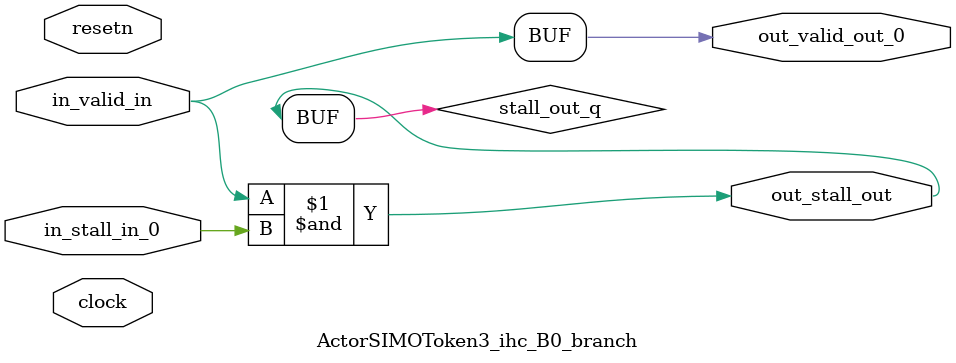
<source format=sv>



(* altera_attribute = "-name AUTO_SHIFT_REGISTER_RECOGNITION OFF; -name MESSAGE_DISABLE 10036; -name MESSAGE_DISABLE 10037; -name MESSAGE_DISABLE 14130; -name MESSAGE_DISABLE 14320; -name MESSAGE_DISABLE 15400; -name MESSAGE_DISABLE 14130; -name MESSAGE_DISABLE 10036; -name MESSAGE_DISABLE 12020; -name MESSAGE_DISABLE 12030; -name MESSAGE_DISABLE 12010; -name MESSAGE_DISABLE 12110; -name MESSAGE_DISABLE 14320; -name MESSAGE_DISABLE 13410; -name MESSAGE_DISABLE 113007; -name MESSAGE_DISABLE 10958" *)
module ActorSIMOToken3_ihc_B0_branch (
    input wire [0:0] in_stall_in_0,
    input wire [0:0] in_valid_in,
    output wire [0:0] out_stall_out,
    output wire [0:0] out_valid_out_0,
    input wire clock,
    input wire resetn
    );

    wire [0:0] stall_out_q;


    // stall_out(LOGICAL,6)
    assign stall_out_q = in_valid_in & in_stall_in_0;

    // out_stall_out(GPOUT,4)
    assign out_stall_out = stall_out_q;

    // out_valid_out_0(GPOUT,5)
    assign out_valid_out_0 = in_valid_in;

endmodule

</source>
